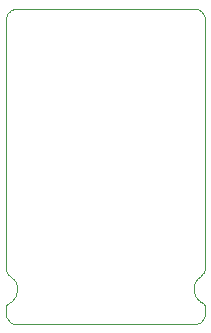
<source format=gm1>
G04 #@! TF.GenerationSoftware,KiCad,Pcbnew,(5.1.5)-3*
G04 #@! TF.CreationDate,2021-05-20T13:29:37-06:00*
G04 #@! TF.ProjectId,LoomConnector06,4c6f6f6d-436f-46e6-9e65-63746f723036,rev?*
G04 #@! TF.SameCoordinates,Original*
G04 #@! TF.FileFunction,Profile,NP*
%FSLAX46Y46*%
G04 Gerber Fmt 4.6, Leading zero omitted, Abs format (unit mm)*
G04 Created by KiCad (PCBNEW (5.1.5)-3) date 2021-05-20 13:29:37*
%MOMM*%
%LPD*%
G04 APERTURE LIST*
%ADD10C,0.100000*%
G04 APERTURE END LIST*
D10*
X144649744Y-89500000D02*
X144638030Y-89411154D01*
X144638030Y-89411154D02*
X144610487Y-89338408D01*
X144610487Y-89338408D02*
X144571286Y-89277539D01*
X144571286Y-89277539D02*
X144522987Y-89224478D01*
X144522987Y-89224478D02*
X144469386Y-89177879D01*
X144469386Y-89177879D02*
X144410919Y-89134172D01*
X144410919Y-89134172D02*
X144351350Y-89093217D01*
X144351350Y-89093217D02*
X144290560Y-89052560D01*
X144290560Y-89052560D02*
X144229940Y-89011307D01*
X144229940Y-89011307D02*
X144170540Y-88968661D01*
X144170540Y-88968661D02*
X144112868Y-88923729D01*
X144112868Y-88923729D02*
X144057990Y-88876322D01*
X144057990Y-88876322D02*
X144006132Y-88825815D01*
X144006132Y-88825815D02*
X143957437Y-88771605D01*
X143957437Y-88771605D02*
X143913196Y-88714689D01*
X143913196Y-88714689D02*
X143872998Y-88654383D01*
X143872998Y-88654383D02*
X143836744Y-88590277D01*
X143836744Y-88590277D02*
X143803189Y-88519185D01*
X143803189Y-88519185D02*
X143774230Y-88444163D01*
X143774230Y-88444163D02*
X143750399Y-88367321D01*
X143750399Y-88367321D02*
X143730735Y-88286294D01*
X143730735Y-88286294D02*
X143715321Y-88201556D01*
X143715321Y-88201556D02*
X143703821Y-88110567D01*
X143703821Y-88110567D02*
X143696645Y-88015550D01*
X143696645Y-88015550D02*
X143693731Y-87917152D01*
X127750000Y-89955581D02*
X127755061Y-90057315D01*
X127755061Y-90057315D02*
X127767751Y-90144965D01*
X127767751Y-90144965D02*
X127786758Y-90226225D01*
X127786758Y-90226225D02*
X127811266Y-90302245D01*
X127811266Y-90302245D02*
X127840488Y-90373199D01*
X127840488Y-90373199D02*
X127874318Y-90440270D01*
X127874318Y-90440270D02*
X127912198Y-90503205D01*
X127912198Y-90503205D02*
X127954009Y-90562394D01*
X127954009Y-90562394D02*
X128000399Y-90618848D01*
X128000399Y-90618848D02*
X128049133Y-90670147D01*
X128049133Y-90670147D02*
X128102232Y-90718606D01*
X128102232Y-90718606D02*
X128158749Y-90763177D01*
X128158749Y-90763177D02*
X128218790Y-90803850D01*
X128218790Y-90803850D02*
X128282528Y-90840527D01*
X128282528Y-90840527D02*
X128352277Y-90873899D01*
X128352277Y-90873899D02*
X128424918Y-90901919D01*
X128424918Y-90901919D02*
X128503203Y-90925099D01*
X128503203Y-90925099D02*
X128587159Y-90942452D01*
X128587159Y-90942452D02*
X128676756Y-90952907D01*
X128676756Y-90952907D02*
X128749940Y-90955521D01*
X128706014Y-87917152D02*
X128703068Y-88015760D01*
X128703068Y-88015760D02*
X128696010Y-88109418D01*
X128696010Y-88109418D02*
X128684918Y-88198585D01*
X128684918Y-88198585D02*
X128669752Y-88283990D01*
X128669752Y-88283990D02*
X128650198Y-88366844D01*
X128650198Y-88366844D02*
X128626753Y-88444976D01*
X128626753Y-88444976D02*
X128599607Y-88518497D01*
X128599607Y-88518497D02*
X128568586Y-88588305D01*
X128568586Y-88588305D02*
X128533406Y-88655088D01*
X128533406Y-88655088D02*
X128494898Y-88717568D01*
X128494898Y-88717568D02*
X128452415Y-88777133D01*
X128452415Y-88777133D02*
X128407456Y-88832182D01*
X128407456Y-88832182D02*
X128355729Y-88887845D01*
X128355729Y-88887845D02*
X128304241Y-88937030D01*
X128304241Y-88937030D02*
X128249843Y-88983874D01*
X128249843Y-88983874D02*
X128192760Y-89028790D01*
X128192760Y-89028790D02*
X128134754Y-89071273D01*
X128134754Y-89071273D02*
X128074675Y-89113219D01*
X128074675Y-89113219D02*
X128015030Y-89154209D01*
X128015030Y-89154209D02*
X127955969Y-89195900D01*
X127955969Y-89195900D02*
X127898351Y-89240164D01*
X127898351Y-89240164D02*
X127845431Y-89288045D01*
X127845431Y-89288045D02*
X127799795Y-89342531D01*
X127799795Y-89342531D02*
X127765335Y-89408889D01*
X127765335Y-89408889D02*
X127750055Y-89493939D01*
X127750055Y-89493939D02*
X127750000Y-89500000D01*
X143649805Y-64205427D02*
X128749940Y-64205427D01*
X144649744Y-89955581D02*
X144649744Y-89500000D01*
X128749940Y-64205427D02*
X128652943Y-64210024D01*
X128652943Y-64210024D02*
X128562470Y-64222815D01*
X128562470Y-64222815D02*
X128480774Y-64241772D01*
X128480774Y-64241772D02*
X128404524Y-64266231D01*
X128404524Y-64266231D02*
X128332832Y-64295678D01*
X128332832Y-64295678D02*
X128262931Y-64331026D01*
X128262931Y-64331026D02*
X128199478Y-64369482D01*
X128199478Y-64369482D02*
X128139544Y-64412172D01*
X128139544Y-64412172D02*
X128084421Y-64457816D01*
X128084421Y-64457816D02*
X128031053Y-64508982D01*
X128031053Y-64508982D02*
X127982078Y-64563391D01*
X127982078Y-64563391D02*
X127938142Y-64619947D01*
X127938142Y-64619947D02*
X127897098Y-64681580D01*
X127897098Y-64681580D02*
X127860790Y-64746002D01*
X127860790Y-64746002D02*
X127828184Y-64815755D01*
X127828184Y-64815755D02*
X127800660Y-64889069D01*
X127800660Y-64889069D02*
X127778186Y-64967660D01*
X127778186Y-64967660D02*
X127761653Y-65051512D01*
X127761653Y-65051512D02*
X127751894Y-65142951D01*
X127751894Y-65142951D02*
X127750000Y-65205367D01*
X127750000Y-86052149D02*
X127753307Y-86151107D01*
X127753307Y-86151107D02*
X127762596Y-86243260D01*
X127762596Y-86243260D02*
X127777875Y-86329746D01*
X127777875Y-86329746D02*
X127799523Y-86411983D01*
X127799523Y-86411983D02*
X127826080Y-86485856D01*
X127826080Y-86485856D02*
X127858696Y-86555939D01*
X127858696Y-86555939D02*
X127896330Y-86620631D01*
X127896330Y-86620631D02*
X127938556Y-86680537D01*
X127938556Y-86680537D02*
X127986139Y-86737705D01*
X127986139Y-86737705D02*
X128036012Y-86789876D01*
X128036012Y-86789876D02*
X128090255Y-86840736D01*
X128090255Y-86840736D02*
X128145079Y-86888254D01*
X128145079Y-86888254D02*
X128202326Y-86935677D01*
X128202326Y-86935677D02*
X128261309Y-86984015D01*
X128261309Y-86984015D02*
X128315692Y-87029666D01*
X128315692Y-87029666D02*
X128369046Y-87076988D01*
X128369046Y-87076988D02*
X128420731Y-87126894D01*
X128420731Y-87126894D02*
X128471027Y-87181362D01*
X128471027Y-87181362D02*
X128516242Y-87237719D01*
X128516242Y-87237719D02*
X128557003Y-87297432D01*
X128557003Y-87297432D02*
X128593987Y-87362705D01*
X128593987Y-87362705D02*
X128625521Y-87431530D01*
X128625521Y-87431530D02*
X128652044Y-87505271D01*
X128652044Y-87505271D02*
X128673525Y-87584752D01*
X128673525Y-87584752D02*
X128689787Y-87670619D01*
X128689787Y-87670619D02*
X128700581Y-87763227D01*
X128700581Y-87763227D02*
X128705580Y-87858608D01*
X128705580Y-87858608D02*
X128706014Y-87917152D01*
X144649744Y-65205367D02*
X144645272Y-65109754D01*
X144645272Y-65109754D02*
X144632708Y-65019817D01*
X144632708Y-65019817D02*
X144613803Y-64937690D01*
X144613803Y-64937690D02*
X144588603Y-64859053D01*
X144588603Y-64859053D02*
X144559010Y-64787223D01*
X144559010Y-64787223D02*
X144525232Y-64720338D01*
X144525232Y-64720338D02*
X144487535Y-64657734D01*
X144487535Y-64657734D02*
X144445610Y-64598395D01*
X144445610Y-64598395D02*
X144399336Y-64542091D01*
X144399336Y-64542091D02*
X144350337Y-64490531D01*
X144350337Y-64490531D02*
X144297503Y-64442332D01*
X144297503Y-64442332D02*
X144240986Y-64397760D01*
X144240986Y-64397760D02*
X144180944Y-64357086D01*
X144180944Y-64357086D02*
X144116874Y-64320237D01*
X144116874Y-64320237D02*
X144048856Y-64287645D01*
X144048856Y-64287645D02*
X143975179Y-64259143D01*
X143975179Y-64259143D02*
X143898035Y-64236222D01*
X143898035Y-64236222D02*
X143812963Y-64218551D01*
X143812963Y-64218551D02*
X143722980Y-64208034D01*
X143722980Y-64208034D02*
X143649805Y-64205427D01*
X128749940Y-90955521D02*
X143649805Y-90955521D01*
X144649744Y-86051633D02*
X144649744Y-65205367D01*
X143693731Y-87917152D02*
X143695523Y-87818932D01*
X143695523Y-87818932D02*
X143702613Y-87725611D01*
X143702613Y-87725611D02*
X143715349Y-87635276D01*
X143715349Y-87635276D02*
X143733126Y-87551954D01*
X143733126Y-87551954D02*
X143755907Y-87474014D01*
X143755907Y-87474014D02*
X143783368Y-87401439D01*
X143783368Y-87401439D02*
X143816065Y-87332223D01*
X143816065Y-87332223D02*
X143852999Y-87267838D01*
X143852999Y-87267838D02*
X143893642Y-87207989D01*
X143893642Y-87207989D02*
X143937858Y-87151735D01*
X143937858Y-87151735D02*
X143985559Y-87098201D01*
X143985559Y-87098201D02*
X144035642Y-87047509D01*
X144035642Y-87047509D02*
X144087569Y-86998959D01*
X144087569Y-86998959D02*
X144141826Y-86950910D01*
X144141826Y-86950910D02*
X144201326Y-86899628D01*
X144201326Y-86899628D02*
X144261106Y-86847815D01*
X144261106Y-86847815D02*
X144313916Y-86800263D01*
X144313916Y-86800263D02*
X144367658Y-86748450D01*
X144367658Y-86748450D02*
X144416716Y-86696261D01*
X144416716Y-86696261D02*
X144463940Y-86639205D01*
X144463940Y-86639205D02*
X144506064Y-86579681D01*
X144506064Y-86579681D02*
X144543301Y-86516450D01*
X144543301Y-86516450D02*
X144575519Y-86448573D01*
X144575519Y-86448573D02*
X144602676Y-86374511D01*
X144602676Y-86374511D02*
X144623955Y-86294654D01*
X144623955Y-86294654D02*
X144638926Y-86209494D01*
X144638926Y-86209494D02*
X144647764Y-86114550D01*
X144647764Y-86114550D02*
X144649744Y-86051633D01*
X143649805Y-90955521D02*
X143746795Y-90950918D01*
X143746795Y-90950918D02*
X143835730Y-90938414D01*
X143835730Y-90938414D02*
X143917472Y-90919580D01*
X143917472Y-90919580D02*
X143995212Y-90894709D01*
X143995212Y-90894709D02*
X144066904Y-90865261D01*
X144066904Y-90865261D02*
X144134493Y-90831192D01*
X144134493Y-90831192D02*
X144196956Y-90793620D01*
X144196956Y-90793620D02*
X144255722Y-90752183D01*
X144255722Y-90752183D02*
X144311948Y-90706105D01*
X144311948Y-90706105D02*
X144363321Y-90657451D01*
X144363321Y-90657451D02*
X144412829Y-90603280D01*
X144412829Y-90603280D02*
X144457400Y-90546763D01*
X144457400Y-90546763D02*
X144499270Y-90484806D01*
X144499270Y-90484806D02*
X144536855Y-90418966D01*
X144536855Y-90418966D02*
X144569100Y-90350965D01*
X144569100Y-90350965D02*
X144597619Y-90276236D01*
X144597619Y-90276236D02*
X144620447Y-90197797D01*
X144620447Y-90197797D02*
X144637359Y-90114087D01*
X144637359Y-90114087D02*
X144647487Y-90023575D01*
X144647487Y-90023575D02*
X144649744Y-89955581D01*
X127750000Y-65205367D02*
X127750000Y-86052149D01*
X127750000Y-89500000D02*
X127750000Y-89955581D01*
M02*

</source>
